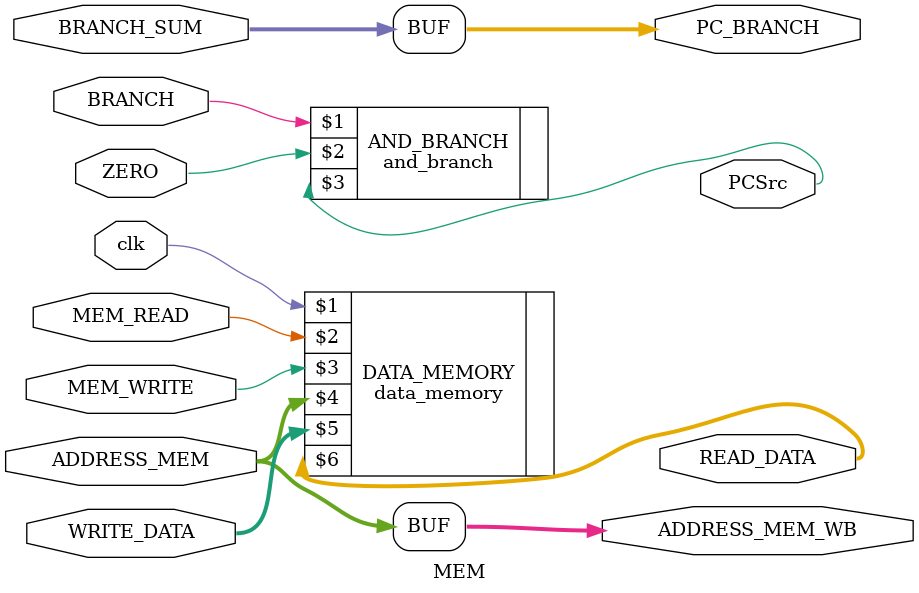
<source format=v>
`timescale 1ns / 1ps


module MEM(input clk,                       // semnal de ceas pentru scrierea in data memory 
           input MEM_READ,                  // semnal de activare a citirii din memorie
           input MEM_WRITE,                 // semnal de activare a scrierii in memorie
           input [31:0] ADDRESS_MEM,        // adresa de scriere/citire
           input [31:0] WRITE_DATA,         // valoarea scrisa in memorie
           input ZERO,                      // semnal de zero pentru AND de branch
           input [31:0] BRANCH_SUM,         // valoare adresei dupa branch
           input BRANCH,                    // semnal de branch pentru AND de branch
           output [31:0] ADDRESS_MEM_WB,    // adresa de scriere/citire la iesirea din MEM catre WB
           output [31:0] READ_DATA,         // valoarea citita din memorie
           output [31:0] PC_BRANCH,         // valoarea PC dupa branch
           output PCSrc                     // semnalul de alegere pentrul muxul din IF 
           );
           
    data_memory DATA_MEMORY(clk, MEM_READ, MEM_WRITE, ADDRESS_MEM, WRITE_DATA, READ_DATA);
    and_branch AND_BRANCH(BRANCH, ZERO, PCSrc);
    
    assign ADDRESS_MEM_WB = ADDRESS_MEM;
    assign PC_BRANCH = BRANCH_SUM;
    
endmodule

</source>
